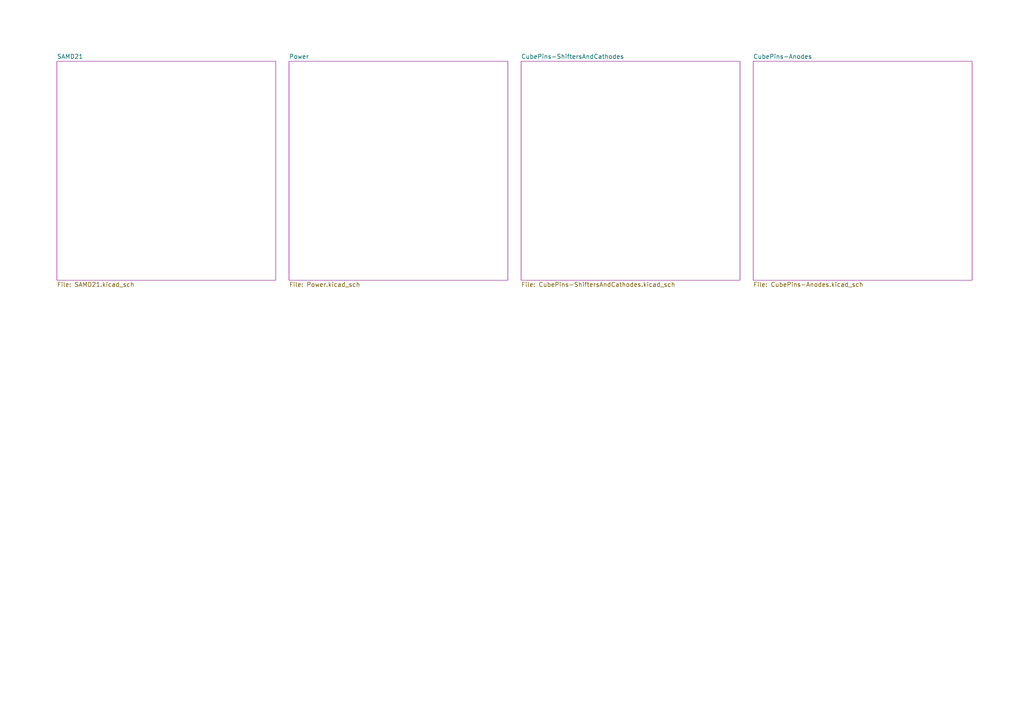
<source format=kicad_sch>
(kicad_sch (version 20210621) (generator eeschema)
  (paper "A4")
  (lib_symbols)
  (sheet (at 218.44 17.78) (size 63.5 63.5) (stroke (width 0.001) (color 132 0 132 1)) (fill (color 255 255 255 0.0000))
    (property "Sheet name" "CubePins-Anodes" (at 218.44 17.1441 0) (effects (justify left bottom)))
    (property "Sheet file" "CubePins-Anodes.kicad_sch" (at 218.44 81.7889 0) (effects (justify left top)))
  )
  (sheet (at 151.13 17.78) (size 63.5 63.5) (stroke (width 0.001) (color 132 0 132 1)) (fill (color 255 255 255 0.0000))
    (property "Sheet name" "CubePins-ShiftersAndCathodes" (at 151.13 17.1441 0) (effects (justify left bottom)))
    (property "Sheet file" "CubePins-ShiftersAndCathodes.kicad_sch" (at 151.13 81.7889 0) (effects (justify left top)))
  )
  (sheet (at 83.82 17.78) (size 63.5 63.5) (stroke (width 0.001) (color 132 0 132 1)) (fill (color 255 255 255 0.0000))
    (property "Sheet name" "Power" (at 83.82 17.1441 0) (effects (justify left bottom)))
    (property "Sheet file" "Power.kicad_sch" (at 83.82 81.7889 0) (effects (justify left top)))
  )
  (sheet (at 16.51 17.78) (size 63.5 63.5) (stroke (width 0.001) (color 132 0 132 1)) (fill (color 255 255 255 0.0000))
    (property "Sheet name" "SAMD21" (at 16.51 17.1441 0) (effects (justify left bottom)))
    (property "Sheet file" "SAMD21.kicad_sch" (at 16.51 81.7889 0) (effects (justify left top)))
  )
)
</source>
